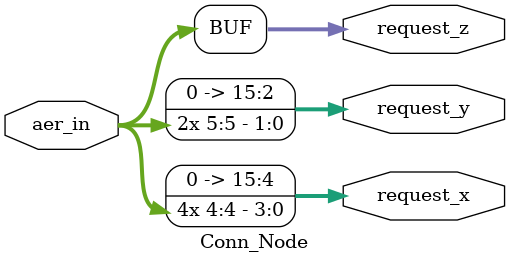
<source format=v>
module Conn_Node (aer_in, request_x, request_y, request_z);

parameter node = 16;

input wire [node-1:0] aer_in; //// aer receiver output as the input
output wire [node-1:0] request_x, request_y, request_z;

assign request_z = aer_in;

assign request_x[0] = aer_in[4];
assign request_y[0] = aer_in[5];

assign request_x[1] = aer_in[4];
assign request_y[1] = aer_in[5];

assign request_x[2] = aer_in[4];
assign request_y[2] = 0;

assign request_x[3] = aer_in[4];
assign request_y[3] = 0;

assign request_x[4] = 0;
assign request_y[4] = 0;

assign request_x[5] = 0;
assign request_y[5] = 0;

assign request_x[6] = 0;
assign request_y[6] = 0;

assign request_x[7] = 0;
assign request_y[7] = 0;

assign request_x[8] = 0;
assign request_y[8] = 0;

assign request_x[9] = 0;
assign request_y[9] = 0;

assign request_x[10] = 0;
assign request_y[10] = 0;

assign request_x[11] = 0;
assign request_y[11] = 0;

assign request_x[12] = 0;
assign request_y[12] = 0;

assign request_x[13] = 0;
assign request_y[13] = 0;

assign request_x[14] = 0;
assign request_y[14] = 0;

assign request_x[15] = 0;
assign request_y[15] = 0;

endmodule
</source>
